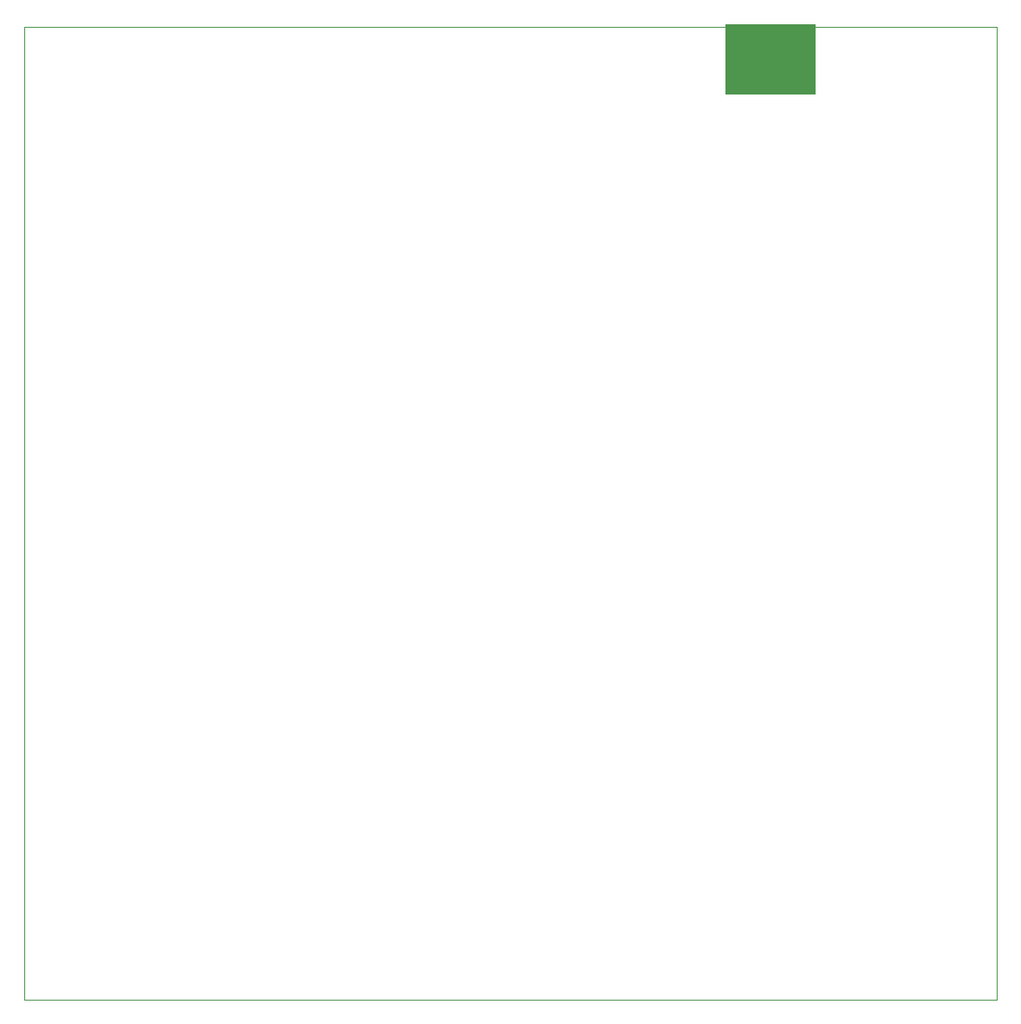
<source format=gbr>
%TF.GenerationSoftware,Altium Limited,Altium Designer,21.7.2 (23)*%
G04 Layer_Color=0*
%FSLAX24Y24*%
%MOIN*%
%TF.SameCoordinates,DA776ED6-ADCF-4D54-B547-66972558000F*%
%TF.FilePolarity,Positive*%
%TF.FileFunction,Profile,NP*%
%TF.Part,Single*%
G01*
G75*
%TA.AperFunction,Profile*%
%ADD141C,0.0010*%
G36*
X26969Y37480D02*
Y34803D01*
X30433D01*
Y37480D01*
X26969D01*
D02*
G37*
D141*
X0Y0D02*
X37402D01*
Y37402D01*
X0D01*
Y0D01*
%TF.MD5,c4e8ea3e7328e616bd81ffcadda3c4f3*%
M02*

</source>
